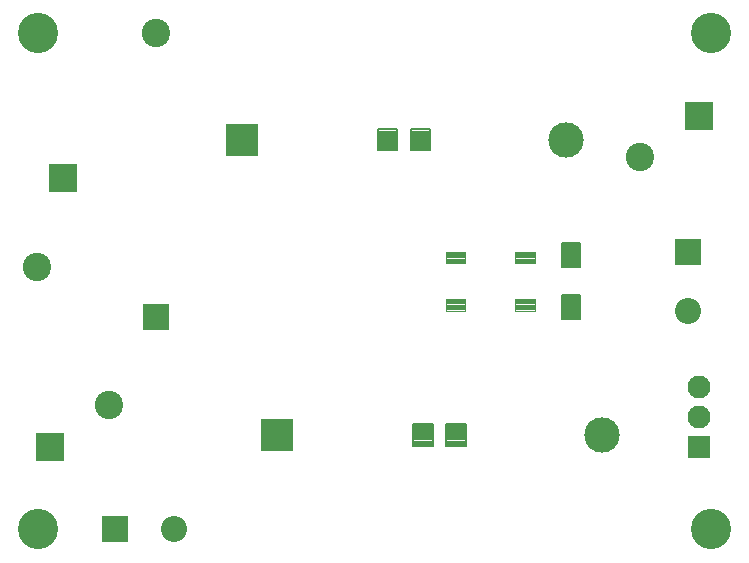
<source format=gbs>
G75*
G70*
%OFA0B0*%
%FSLAX24Y24*%
%IPPOS*%
%LPD*%
%AMOC8*
5,1,8,0,0,1.08239X$1,22.5*
%
%ADD10C,0.0071*%
%ADD11R,0.1064X0.1064*%
%ADD12C,0.1182*%
%ADD13C,0.0041*%
%ADD14C,0.0067*%
%ADD15C,0.0867*%
%ADD16R,0.0867X0.0867*%
%ADD17R,0.0769X0.0769*%
%ADD18C,0.0769*%
%ADD19C,0.0946*%
%ADD20R,0.0946X0.0946*%
%ADD21C,0.1340*%
D10*
X036637Y026913D02*
X037277Y026913D01*
X036637Y026913D02*
X036637Y027631D01*
X037277Y027631D01*
X037277Y026913D01*
X037277Y026983D02*
X036637Y026983D01*
X036637Y027053D02*
X037277Y027053D01*
X037277Y027123D02*
X036637Y027123D01*
X036637Y027193D02*
X037277Y027193D01*
X037277Y027263D02*
X036637Y027263D01*
X036637Y027333D02*
X037277Y027333D01*
X037277Y027403D02*
X036637Y027403D01*
X036637Y027473D02*
X037277Y027473D01*
X037277Y027543D02*
X036637Y027543D01*
X036637Y027613D02*
X037277Y027613D01*
X037739Y026913D02*
X038379Y026913D01*
X037739Y026913D02*
X037739Y027631D01*
X038379Y027631D01*
X038379Y026913D01*
X038379Y026983D02*
X037739Y026983D01*
X037739Y027053D02*
X038379Y027053D01*
X038379Y027123D02*
X037739Y027123D01*
X037739Y027193D02*
X038379Y027193D01*
X038379Y027263D02*
X037739Y027263D01*
X037739Y027333D02*
X038379Y027333D01*
X038379Y027403D02*
X037739Y027403D01*
X037739Y027473D02*
X038379Y027473D01*
X038379Y027543D02*
X037739Y027543D01*
X037739Y027613D02*
X038379Y027613D01*
X037198Y036755D02*
X036558Y036755D01*
X036558Y037473D01*
X037198Y037473D01*
X037198Y036755D01*
X037198Y036825D02*
X036558Y036825D01*
X036558Y036895D02*
X037198Y036895D01*
X037198Y036965D02*
X036558Y036965D01*
X036558Y037035D02*
X037198Y037035D01*
X037198Y037105D02*
X036558Y037105D01*
X036558Y037175D02*
X037198Y037175D01*
X037198Y037245D02*
X036558Y037245D01*
X036558Y037315D02*
X037198Y037315D01*
X037198Y037385D02*
X036558Y037385D01*
X036558Y037455D02*
X037198Y037455D01*
X036096Y036755D02*
X035456Y036755D01*
X035456Y037473D01*
X036096Y037473D01*
X036096Y036755D01*
X036096Y036825D02*
X035456Y036825D01*
X035456Y036895D02*
X036096Y036895D01*
X036096Y036965D02*
X035456Y036965D01*
X035456Y037035D02*
X036096Y037035D01*
X036096Y037105D02*
X035456Y037105D01*
X035456Y037175D02*
X036096Y037175D01*
X036096Y037245D02*
X035456Y037245D01*
X035456Y037315D02*
X036096Y037315D01*
X036096Y037385D02*
X035456Y037385D01*
X035456Y037455D02*
X036096Y037455D01*
D11*
X030913Y037114D03*
X032094Y027272D03*
D12*
X042921Y027272D03*
X041740Y037114D03*
D13*
X040687Y033364D02*
X040037Y033364D01*
X040687Y033364D02*
X040687Y032990D01*
X040037Y032990D01*
X040037Y033364D01*
X040037Y033030D02*
X040687Y033030D01*
X040687Y033070D02*
X040037Y033070D01*
X040037Y033110D02*
X040687Y033110D01*
X040687Y033150D02*
X040037Y033150D01*
X040037Y033190D02*
X040687Y033190D01*
X040687Y033230D02*
X040037Y033230D01*
X040037Y033270D02*
X040687Y033270D01*
X040687Y033310D02*
X040037Y033310D01*
X040037Y033350D02*
X040687Y033350D01*
X040687Y031789D02*
X040037Y031789D01*
X040687Y031789D02*
X040687Y031415D01*
X040037Y031415D01*
X040037Y031789D01*
X040037Y031455D02*
X040687Y031455D01*
X040687Y031495D02*
X040037Y031495D01*
X040037Y031535D02*
X040687Y031535D01*
X040687Y031575D02*
X040037Y031575D01*
X040037Y031615D02*
X040687Y031615D01*
X040687Y031655D02*
X040037Y031655D01*
X040037Y031695D02*
X040687Y031695D01*
X040687Y031735D02*
X040037Y031735D01*
X040037Y031775D02*
X040687Y031775D01*
X038364Y031789D02*
X037714Y031789D01*
X038364Y031789D02*
X038364Y031415D01*
X037714Y031415D01*
X037714Y031789D01*
X037714Y031455D02*
X038364Y031455D01*
X038364Y031495D02*
X037714Y031495D01*
X037714Y031535D02*
X038364Y031535D01*
X038364Y031575D02*
X037714Y031575D01*
X037714Y031615D02*
X038364Y031615D01*
X038364Y031655D02*
X037714Y031655D01*
X037714Y031695D02*
X038364Y031695D01*
X038364Y031735D02*
X037714Y031735D01*
X037714Y031775D02*
X038364Y031775D01*
X038364Y033364D02*
X037714Y033364D01*
X038364Y033364D02*
X038364Y032990D01*
X037714Y032990D01*
X037714Y033364D01*
X037714Y033030D02*
X038364Y033030D01*
X038364Y033070D02*
X037714Y033070D01*
X037714Y033110D02*
X038364Y033110D01*
X038364Y033150D02*
X037714Y033150D01*
X037714Y033190D02*
X038364Y033190D01*
X038364Y033230D02*
X037714Y033230D01*
X037714Y033270D02*
X038364Y033270D01*
X038364Y033310D02*
X037714Y033310D01*
X037714Y033350D02*
X038364Y033350D01*
D14*
X042180Y033656D02*
X042180Y032856D01*
X041576Y032856D01*
X041576Y033656D01*
X042180Y033656D01*
X042180Y032922D02*
X041576Y032922D01*
X041576Y032988D02*
X042180Y032988D01*
X042180Y033054D02*
X041576Y033054D01*
X041576Y033120D02*
X042180Y033120D01*
X042180Y033186D02*
X041576Y033186D01*
X041576Y033252D02*
X042180Y033252D01*
X042180Y033318D02*
X041576Y033318D01*
X041576Y033384D02*
X042180Y033384D01*
X042180Y033450D02*
X041576Y033450D01*
X041576Y033516D02*
X042180Y033516D01*
X042180Y033582D02*
X041576Y033582D01*
X041576Y033648D02*
X042180Y033648D01*
X042180Y031924D02*
X042180Y031124D01*
X041576Y031124D01*
X041576Y031924D01*
X042180Y031924D01*
X042180Y031190D02*
X041576Y031190D01*
X041576Y031256D02*
X042180Y031256D01*
X042180Y031322D02*
X041576Y031322D01*
X041576Y031388D02*
X042180Y031388D01*
X042180Y031454D02*
X041576Y031454D01*
X041576Y031520D02*
X042180Y031520D01*
X042180Y031586D02*
X041576Y031586D01*
X041576Y031652D02*
X042180Y031652D01*
X042180Y031718D02*
X041576Y031718D01*
X041576Y031784D02*
X042180Y031784D01*
X042180Y031850D02*
X041576Y031850D01*
X041576Y031916D02*
X042180Y031916D01*
D15*
X045776Y031406D03*
X028650Y024122D03*
D16*
X026681Y024122D03*
X028059Y031209D03*
X045776Y033374D03*
D17*
X046169Y026878D03*
D18*
X046169Y027878D03*
X046169Y028878D03*
D19*
X044201Y036524D03*
X028059Y040657D03*
X024083Y032882D03*
X026484Y028256D03*
D20*
X024516Y026878D03*
X024949Y035835D03*
X046169Y037902D03*
D21*
X024122Y024122D03*
X024122Y040657D03*
X046563Y040657D03*
X046563Y024122D03*
M02*

</source>
